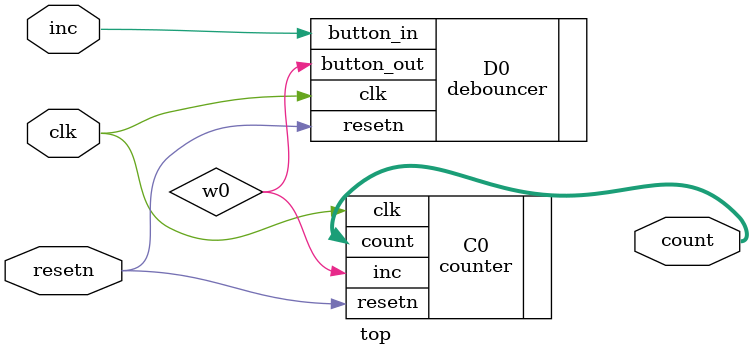
<source format=v>
`timescale 1ns / 1ps

//Verilog Top Module
module top(clk, resetn, inc, count);
    input clk, resetn, inc;
    output [7:0] count;
    
    wire w0;
    
    debouncer D0(.clk(clk),
                 .resetn(resetn),
                 .button_in(inc),
                 .button_out(w0));
                 
    counter C0(.clk(clk),
               .resetn(resetn),
               .inc(w0),
               .count(count));

endmodule
</source>
